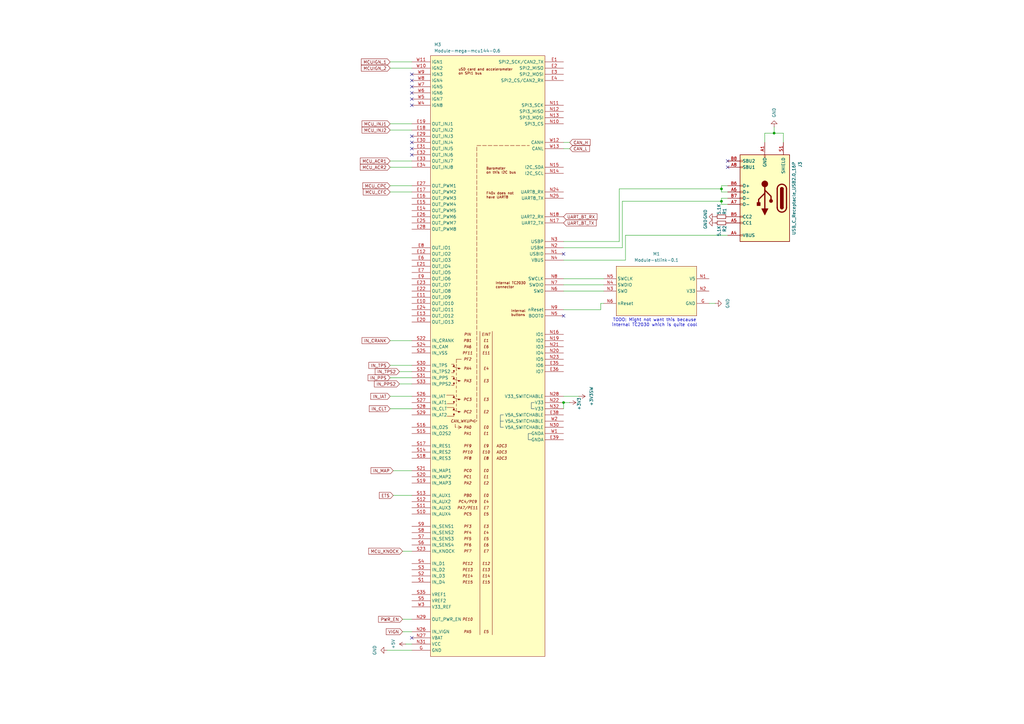
<source format=kicad_sch>
(kicad_sch (version 20231120) (generator "eeschema") (generator_version "8.0")
  (paper "A3")
  (lib_symbols
    (symbol "Connector:USB_C_Receptacle_USB2.0_16P" (pin_names (offset 1.016))
      (property "Reference" "J" (at 0 22.225 0))
      (property "Value" "USB_C_Receptacle_USB2.0_16P" (at 0 19.685 0))
      (symbol "USB_C_Receptacle_USB2.0_16P_0_0"
        (rectangle (start -0.254 -17.78) (end 0.254 -16.764))
        (rectangle (start 10.16 -14.986) (end 9.144 -15.494))
        (rectangle (start 10.16 -12.446) (end 9.144 -12.954))
        (rectangle (start 10.16 -4.826) (end 9.144 -5.334))
        (rectangle (start 10.16 -2.286) (end 9.144 -2.794))
        (rectangle (start 10.16 0.254) (end 9.144 -0.254))
        (rectangle (start 10.16 2.794) (end 9.144 2.286))
        (rectangle (start 10.16 7.874) (end 9.144 7.366))
        (rectangle (start 10.16 10.414) (end 9.144 9.906))
        (rectangle (start 10.16 15.494) (end 9.144 14.986))
      )
      (symbol "USB_C_Receptacle_USB2.0_16P_0_1"
        (rectangle (start -10.16 17.78) (end 10.16 -17.78) (stroke (width 0.254)) (fill (type background)))
        (arc (start -8.89 -3.81) (mid -6.985 -5.7067) (end -5.08 -3.81) (stroke (width 0.508)))
        (arc (start -7.62 -3.81) (mid -6.985 -4.4423) (end -6.35 -3.81) (stroke (width 0.254)))
        (arc (start -7.62 -3.81) (mid -6.985 -4.4423) (end -6.35 -3.81) (stroke (width 0.254)) (fill (type outline)))
        (rectangle (start -7.62 -3.81) (end -6.35 3.81) (stroke (width 0.254)) (fill (type outline)))
        (arc (start -6.35 3.81) (mid -6.985 4.4423) (end -7.62 3.81) (stroke (width 0.254)))
        (arc (start -6.35 3.81) (mid -6.985 4.4423) (end -7.62 3.81) (stroke (width 0.254)) (fill (type outline)))
        (arc (start -5.08 3.81) (mid -6.985 5.7067) (end -8.89 3.81) (stroke (width 0.508)))
        (circle (center -2.54 1.143) (radius 0.635) (stroke (width 0.254)) (fill (type outline)))
        (circle (center 0 -5.842) (radius 1.27) (fill (type outline)))
        (polyline (pts (xy -8.89 -3.81) (xy -8.89 3.81)) (stroke (width 0.508)))
        (polyline (pts (xy -5.08 3.81) (xy -5.08 -3.81)) (stroke (width 0.508)))
        (polyline (pts (xy 0 -5.842) (xy 0 4.318)) (stroke (width 0.508)))
        (polyline (pts (xy 0 -3.302) (xy -2.54 -0.762) (xy -2.54 0.508)) (stroke (width 0.508)))
        (polyline (pts (xy 0 -2.032) (xy 2.54 0.508) (xy 2.54 1.778)) (stroke (width 0.508)))
        (polyline (pts (xy -1.27 4.318) (xy 0 6.858) (xy 1.27 4.318) (xy -1.27 4.318)) (stroke (width 0.254)) (fill (type outline)))
        (rectangle (start 1.905 1.778) (end 3.175 3.048) (stroke (width 0.254)) (fill (type outline)))
      )
      (symbol "USB_C_Receptacle_USB2.0_16P_1_1"
        (pin passive line (at 0 -22.86 90) (length 5.08) (name "GND") (number "A1"))
        (pin passive line (at 0 -22.86 90) (length 5.08) hide (name "GND") (number "A12"))
        (pin passive line (at 15.24 15.24 180) (length 5.08) (name "VBUS") (number "A4"))
        (pin bidirectional line (at 15.24 10.16 180) (length 5.08) (name "CC1") (number "A5"))
        (pin bidirectional line (at 15.24 -2.54 180) (length 5.08) (name "D+") (number "A6"))
        (pin bidirectional line (at 15.24 2.54 180) (length 5.08) (name "D-") (number "A7"))
        (pin bidirectional line (at 15.24 -12.7 180) (length 5.08) (name "SBU1") (number "A8"))
        (pin passive line (at 15.24 15.24 180) (length 5.08) hide (name "VBUS") (number "A9"))
        (pin passive line (at 0 -22.86 90) (length 5.08) hide (name "GND") (number "B1"))
        (pin passive line (at 0 -22.86 90) (length 5.08) hide (name "GND") (number "B12"))
        (pin passive line (at 15.24 15.24 180) (length 5.08) hide (name "VBUS") (number "B4"))
        (pin bidirectional line (at 15.24 7.62 180) (length 5.08) (name "CC2") (number "B5"))
        (pin bidirectional line (at 15.24 -5.08 180) (length 5.08) (name "D+") (number "B6"))
        (pin bidirectional line (at 15.24 0 180) (length 5.08) (name "D-") (number "B7"))
        (pin bidirectional line (at 15.24 -15.24 180) (length 5.08) (name "SBU2") (number "B8"))
        (pin passive line (at 15.24 15.24 180) (length 5.08) hide (name "VBUS") (number "B9"))
        (pin passive line (at -7.62 -22.86 90) (length 5.08) (name "SHIELD") (number "S1"))
      )
    )
    (symbol "Device:R_Small" (pin_numbers hide) (pin_names (offset 0.254) hide)
      (property "Reference" "R" (at 0.762 0.508 0))
      (property "Value" "R_Small" (at 0.762 -1.016 0))
      (symbol "R_Small_0_1"
        (rectangle (start -0.762 1.778) (end 0.762 -1.778) (stroke (width 0.2032)))
      )
      (symbol "R_Small_1_1"
        (pin passive line (at 0 2.54 270) (length 0.762) (name "~") (number "1"))
        (pin passive line (at 0 -2.54 90) (length 0.762) (name "~") (number "2"))
      )
    )
    (symbol "mega-mcu144:Module-mega-mcu144-0.6"
      (property "Reference" "M1000" (at 7.62 2.54 0))
      (property "Value" "Module-mega-mcu144-0.6" (at 7.62 -246.38 0))
      (symbol "Module-mega-mcu144-0.6_0_1"
        (polyline (pts (xy 16.764 -142.748) (xy 19.304 -143.51)))
        (polyline (pts (xy 16.764 -137.668) (xy 19.304 -138.43)))
        (polyline (pts (xy 16.764 -130.048) (xy 19.304 -130.81)))
        (polyline (pts (xy 16.764 -124.968) (xy 19.304 -125.73)))
        (polyline (pts (xy 18.288 -143.002) (xy 18.288 -141.986)))
        (polyline (pts (xy 18.288 -141.224) (xy 18.288 -140.208)))
        (polyline (pts (xy 18.288 -139.446) (xy 18.288 -138.43)))
        (polyline (pts (xy 18.288 -137.414) (xy 18.288 -136.398)))
        (polyline (pts (xy 18.288 -135.636) (xy 18.288 -134.62)))
        (polyline (pts (xy 18.288 -133.858) (xy 18.288 -132.842)))
        (polyline (pts (xy 18.288 -132.08) (xy 18.288 -131.064)))
        (polyline (pts (xy 18.288 -130.302) (xy 18.288 -129.286)))
        (polyline (pts (xy 18.288 -128.524) (xy 18.288 -127.508)))
        (polyline (pts (xy 18.288 -126.746) (xy 18.288 -125.73)))
        (polyline (pts (xy 18.288 -124.968) (xy 18.288 -123.952)))
        (polyline (pts (xy 18.288 -123.444) (xy 18.288 -121.92)))
        (polyline (pts (xy 18.288 -121.92) (xy 20.32 -121.92)))
        (polyline (pts (xy 19.304 -143.51) (xy 20.066 -143.51)))
        (polyline (pts (xy 19.304 -138.43) (xy 20.066 -138.43)))
        (polyline (pts (xy 19.304 -130.81) (xy 20.066 -130.81)))
        (polyline (pts (xy 19.304 -125.73) (xy 20.066 -125.73)))
        (polyline (pts (xy 17.272 -144.526) (xy 17.272 -145.288) (xy 14.478 -145.288)))
        (polyline (pts (xy 17.272 -142.494) (xy 17.272 -141.732) (xy 14.478 -141.732)))
        (polyline (pts (xy 17.272 -139.446) (xy 17.272 -140.208) (xy 14.478 -140.208)))
        (polyline (pts (xy 17.272 -137.414) (xy 17.272 -136.652) (xy 14.224 -136.652)))
        (polyline (pts (xy 17.272 -131.826) (xy 17.272 -132.588) (xy 16.256 -132.588)))
        (polyline (pts (xy 17.272 -129.794) (xy 17.272 -129.032) (xy 16.256 -129.032)))
        (polyline (pts (xy 17.272 -126.746) (xy 17.272 -127.508) (xy 16.256 -127.508)))
        (polyline (pts (xy 17.272 -124.714) (xy 17.272 -123.952) (xy 16.256 -123.952)))
        (circle (center 17.272 -144.526) (radius 0.254) (fill (type outline)))
        (circle (center 17.272 -142.494) (radius 0.254) (fill (type outline)))
        (circle (center 17.272 -139.446) (radius 0.254) (fill (type outline)))
        (circle (center 17.272 -137.414) (radius 0.254) (fill (type outline)))
        (circle (center 17.272 -131.826) (radius 0.254) (fill (type outline)))
        (circle (center 17.272 -129.794) (radius 0.254) (fill (type outline)))
        (circle (center 17.272 -126.746) (radius 0.254) (fill (type outline)))
        (circle (center 17.272 -124.714) (radius 0.254) (fill (type outline)))
        (circle (center 19.304 -143.51) (radius 0.254) (fill (type outline)))
        (circle (center 19.304 -138.43) (radius 0.254) (fill (type outline)))
        (circle (center 19.304 -130.81) (radius 0.254) (fill (type outline)))
        (circle (center 19.304 -125.73) (radius 0.254) (fill (type outline)))
      )
      (symbol "Module-mega-mcu144-0.6_1_0"
        (polyline (pts (xy 20.32 -149.86) (xy 19.05 -150.495)))
        (polyline (pts (xy 20.32 -149.86) (xy 19.05 -149.225)))
        (polyline (pts (xy 24.765 -147.32) (xy 26.035 -147.955)))
        (polyline (pts (xy 24.765 -147.32) (xy 26.035 -146.685)))
        (polyline (pts (xy 27.94 -110.49) (xy 27.94 -234.95)))
        (polyline (pts (xy 33.02 -110.49) (xy 33.02 -234.95)))
        (polyline (pts (xy 17.78 -148.59) (xy 17.78 -149.86) (xy 20.32 -149.86)) (stroke (width 0) (type dash)))
        (polyline (pts (xy 36.322 -147.32) (xy 37.592 -147.32) (xy 37.592 -147.32) (xy 37.592 -147.32)) (stroke (width 0) (color 7 55 99 1)))
        (polyline (pts (xy 37.592 -144.78) (xy 36.322 -144.78) (xy 36.322 -149.86) (xy 37.592 -149.86)) (stroke (width 0) (color 7 55 99 1)))
        (polyline (pts (xy 49.022 -152.4) (xy 47.752 -152.4) (xy 47.752 -154.94) (xy 49.022 -154.94)) (stroke (width 0) (color 7 55 99 1)))
        (polyline (pts (xy 50.292 -139.7) (xy 49.022 -139.7) (xy 49.022 -142.24) (xy 50.292 -142.24)) (stroke (width 0) (color 7 55 99 1)))
        (polyline (pts (xy 25.4 -147.32) (xy 26.67 -147.32) (xy 26.67 -124.46) (xy 26.67 -34.29) (xy 48.26 -34.29)) (stroke (width 0) (type dash)))
        (rectangle (start 7.62 2.54) (end 54.61 -243.84) (fill (type background)))
        (text "ADC3" (at 36.83 -162.56 0) (effects (font (size 1.1 1.1) (italic yes))))
        (text "ADC3" (at 36.83 -160.02 0) (effects (font (size 1.1 1.1) (italic yes))))
        (text "ADC3" (at 36.83 -157.48 0) (effects (font (size 1.1 1.1) (italic yes))))
        (text "Barometer\non this I2C bus" (at 30.48 -44.45 0) (effects (font (size 1.016 1.016)) (justify left)))
        (text "CAN_WKUP" (at 20.32 -147.32 0) (effects (font (size 1.1 1.1) (italic yes))))
        (text "E0" (at 30.48 -177.8 0) (effects (font (size 1.1 1.1) (italic yes))))
        (text "E0" (at 30.48 -167.64 0) (effects (font (size 1.1 1.1) (italic yes))))
        (text "E0" (at 30.48 -149.86 0) (effects (font (size 1.1 1.1) (italic yes))))
        (text "E1" (at 30.48 -170.18 0) (effects (font (size 1.1 1.1) (italic yes))))
        (text "E1" (at 30.48 -152.4 0) (effects (font (size 1.1 1.1) (italic yes))))
        (text "E1" (at 30.48 -114.3 0) (effects (font (size 1.1 1.1) (italic yes))))
        (text "E10" (at 30.48 -160.02 0) (effects (font (size 1.1 1.1) (italic yes))))
        (text "E11" (at 30.48 -119.38 0) (effects (font (size 1.1 1.1) (italic yes))))
        (text "E12" (at 30.48 -205.74 0) (effects (font (size 1.1 1.1) (italic yes))))
        (text "E13" (at 30.48 -208.28 0) (effects (font (size 1.1 1.1) (italic yes))))
        (text "E14" (at 30.48 -210.82 0) (effects (font (size 1.1 1.1) (italic yes))))
        (text "E15" (at 30.48 -213.36 0) (effects (font (size 1.1 1.1) (italic yes))))
        (text "E2" (at 30.48 -172.72 0) (effects (font (size 1.1 1.1) (italic yes))))
        (text "E2" (at 30.48 -143.51 0) (effects (font (size 1.1 1.1) (italic yes))))
        (text "E3" (at 30.48 -190.5 0) (effects (font (size 1.1 1.1) (italic yes))))
        (text "E3" (at 30.48 -138.43 0) (effects (font (size 1.1 1.1) (italic yes))))
        (text "E3" (at 30.48 -130.81 0) (effects (font (size 1.1 1.1) (italic yes))))
        (text "E4" (at 30.48 -193.04 0) (effects (font (size 1.1 1.1) (italic yes))))
        (text "E4" (at 30.48 -180.34 0) (effects (font (size 1.1 1.1) (italic yes))))
        (text "E4" (at 30.48 -125.73 0) (effects (font (size 1.1 1.1) (italic yes))))
        (text "E5" (at 30.48 -233.68 0) (effects (font (size 1.1 1.1) (italic yes))))
        (text "E5" (at 30.48 -195.58 0) (effects (font (size 1.1 1.1) (italic yes))))
        (text "E5" (at 30.48 -185.42 0) (effects (font (size 1.1 1.1) (italic yes))))
        (text "E6" (at 30.48 -198.12 0) (effects (font (size 1.1 1.1) (italic yes))))
        (text "E6" (at 30.48 -116.84 0) (effects (font (size 1.1 1.1) (italic yes))))
        (text "E7" (at 30.48 -200.66 0) (effects (font (size 1.1 1.1) (italic yes))))
        (text "E7" (at 30.48 -182.88 0) (effects (font (size 1.1 1.1) (italic yes))))
        (text "E8" (at 30.48 -162.56 0) (effects (font (size 1.1 1.1) (italic yes))))
        (text "E9" (at 30.48 -157.48 0) (effects (font (size 1.1 1.1) (italic yes))))
        (text "EINT" (at 30.48 -111.76 0) (effects (font (size 1.1 1.1) (italic yes))))
        (text "F40x does not\nhave UART8" (at 30.48 -54.61 0) (effects (font (size 1.016 1.016)) (justify left)))
        (text "Internal\nbuttons" (at 40.64 -102.87 0) (effects (font (size 1.016 1.016)) (justify left)))
        (text "Internal TC2030\nconnector" (at 34.29 -91.44 0) (effects (font (size 1.016 1.016)) (justify left)))
        (text "PA0" (at 22.86 -149.86 0) (effects (font (size 1.1 1.1) (italic yes))))
        (text "PA1" (at 22.86 -152.4 0) (effects (font (size 1.1 1.1) (italic yes))))
        (text "PA2" (at 22.86 -172.72 0) (effects (font (size 1.1 1.1) (italic yes))))
        (text "PA3" (at 22.86 -130.81 0) (effects (font (size 1.1 1.1) (italic yes))))
        (text "PA4" (at 22.86 -125.73 0) (effects (font (size 1.1 1.1) (italic yes))))
        (text "PA5" (at 22.86 -233.68 0) (effects (font (size 1.1 1.1) (italic yes))))
        (text "PA6" (at 22.86 -116.84 0) (effects (font (size 1.1 1.1) (italic yes))))
        (text "PA7/PE11" (at 22.86 -182.88 0) (effects (font (size 1.1 1.1) (italic yes))))
        (text "PB0" (at 22.86 -177.8 0) (effects (font (size 1.1 1.1) (italic yes))))
        (text "PB1" (at 22.86 -114.3 0) (effects (font (size 1.1 1.1) (italic yes))))
        (text "PC0" (at 22.86 -167.64 0) (effects (font (size 1.1 1.1) (italic yes))))
        (text "PC1" (at 22.86 -170.18 0) (effects (font (size 1.1 1.1) (italic yes))))
        (text "PC2" (at 22.86 -143.51 0) (effects (font (size 1.1 1.1) (italic yes))))
        (text "PC3" (at 22.86 -138.43 0) (effects (font (size 1.1 1.1) (italic yes))))
        (text "PC4/PE9" (at 22.86 -180.34 0) (effects (font (size 1.1 1.1) (italic yes))))
        (text "PC5" (at 22.86 -185.42 0) (effects (font (size 1.1 1.1) (italic yes))))
        (text "PE10" (at 22.86 -228.6 0) (effects (font (size 1.1 1.1) (italic yes))))
        (text "PE12" (at 22.86 -205.74 0) (effects (font (size 1.1 1.1) (italic yes))))
        (text "PE13" (at 22.86 -208.28 0) (effects (font (size 1.1 1.1) (italic yes))))
        (text "PE14" (at 22.86 -210.82 0) (effects (font (size 1.1 1.1) (italic yes))))
        (text "PE15" (at 22.86 -213.36 0) (effects (font (size 1.1 1.1) (italic yes))))
        (text "PF10" (at 22.86 -160.02 0) (effects (font (size 1.1 1.1) (italic yes))))
        (text "PF11" (at 22.86 -119.38 0) (effects (font (size 1.1 1.1) (italic yes))))
        (text "PF2" (at 22.86 -121.92 0) (effects (font (size 1.1 1.1) (italic yes))))
        (text "PF3" (at 22.86 -190.5 0) (effects (font (size 1.1 1.1) (italic yes))))
        (text "PF4" (at 22.86 -193.04 0) (effects (font (size 1.1 1.1) (italic yes))))
        (text "PF5" (at 22.86 -195.58 0) (effects (font (size 1.1 1.1) (italic yes))))
        (text "PF6" (at 22.86 -198.12 0) (effects (font (size 1.1 1.1) (italic yes))))
        (text "PF7" (at 22.86 -200.66 0) (effects (font (size 1.1 1.1) (italic yes))))
        (text "PF8" (at 22.86 -162.56 0) (effects (font (size 1.1 1.1) (italic yes))))
        (text "PF9" (at 22.86 -157.48 0) (effects (font (size 1.1 1.1) (italic yes))))
        (text "PIN" (at 22.86 -111.76 0) (effects (font (size 1.1 1.1) (italic yes))))
        (text "uSD card and accelerometer \non SPI1 bus" (at 19.05 -3.81 0) (effects (font (size 1.016 1.016)) (justify left)))
        (pin passive line (at 62.23 0 180) (length 7.62) (name "SPI2_SCK/CAN2_TX") (number "E1"))
        (pin passive line (at 0 -99.06 0) (length 7.62) (name "OUT_IO10") (number "E10"))
        (pin passive line (at 0 -96.52 0) (length 7.62) (name "OUT_IO9") (number "E11"))
        (pin passive line (at 0 -78.74 0) (length 7.62) (name "OUT_IO2") (number "E12"))
        (pin passive line (at 0 -104.14 0) (length 7.62) (name "OUT_IO12") (number "E13"))
        (pin passive line (at 0 -60.96 0) (length 7.62) (name "OUT_PWM5") (number "E14"))
        (pin passive line (at 0 -58.42 0) (length 7.62) (name "OUT_PWM4") (number "E15"))
        (pin passive line (at 0 -55.88 0) (length 7.62) (name "OUT_PWM3") (number "E16"))
        (pin passive line (at 0 -53.34 0) (length 7.62) (name "OUT_PWM2") (number "E17"))
        (pin passive line (at 0 -27.94 0) (length 7.62) (name "OUT_INJ2") (number "E18"))
        (pin passive line (at 0 -25.4 0) (length 7.62) (name "OUT_INJ1") (number "E19"))
        (pin passive line (at 62.23 -2.54 180) (length 7.62) (name "SPI2_MISO") (number "E2"))
        (pin passive line (at 0 -106.68 0) (length 7.62) (name "OUT_IO13") (number "E20"))
        (pin passive line (at 0 -83.82 0) (length 7.62) (name "OUT_IO4") (number "E21"))
        (pin passive line (at 0 -93.98 0) (length 7.62) (name "OUT_IO8") (number "E22"))
        (pin passive line (at 0 -91.44 0) (length 7.62) (name "OUT_IO7") (number "E23"))
        (pin passive line (at 0 -101.6 0) (length 7.62) (name "OUT_IO11") (number "E24"))
        (pin passive line (at 0 -66.04 0) (length 7.62) (name "OUT_PWM7") (number "E25"))
        (pin passive line (at 0 -63.5 0) (length 7.62) (name "OUT_PWM6") (number "E26"))
        (pin passive line (at 0 -50.8 0) (length 7.62) (name "OUT_PWM1") (number "E27"))
        (pin passive line (at 0 -68.58 0) (length 7.62) (name "OUT_PWM8") (number "E28"))
        (pin passive line (at 0 -30.48 0) (length 7.62) (name "OUT_INJ3") (number "E29"))
        (pin passive line (at 62.23 -5.08 180) (length 7.62) (name "SPI2_MOSI") (number "E3"))
        (pin passive line (at 0 -33.02 0) (length 7.62) (name "OUT_INJ4") (number "E30"))
        (pin passive line (at 0 -35.56 0) (length 7.62) (name "OUT_INJ5") (number "E31"))
        (pin passive line (at 0 -38.1 0) (length 7.62) (name "OUT_INJ6") (number "E32"))
        (pin passive line (at 0 -40.64 0) (length 7.62) (name "OUT_INJ7") (number "E33"))
        (pin passive line (at 0 -43.18 0) (length 7.62) (name "OUT_INJ8") (number "E34"))
        (pin passive line (at 62.23 -124.46 180) (length 7.62) (name "IO6") (number "E35"))
        (pin passive line (at 62.23 -127 180) (length 7.62) (name "IO7") (number "E36"))
        (pin passive line (at 62.23 -144.78 180) (length 7.62) (name "V5A_SWITCHABLE") (number "E38"))
        (pin passive line (at 62.23 -154.94 180) (length 7.62) (name "GNDA") (number "E39"))
        (pin passive line (at 62.23 -7.62 180) (length 7.62) (name "SPI2_CS/CAN2_RX") (number "E4"))
        (pin passive line (at 0 -81.28 0) (length 7.62) (name "OUT_IO3") (number "E6"))
        (pin passive line (at 0 -86.36 0) (length 7.62) (name "OUT_IO5") (number "E7"))
        (pin passive line (at 0 -76.2 0) (length 7.62) (name "OUT_IO1") (number "E8"))
        (pin passive line (at 0 -88.9 0) (length 7.62) (name "OUT_IO6") (number "E9"))
        (pin passive line (at 0 -241.3 0) (length 7.62) (name "GND") (number "G"))
        (pin passive line (at 62.23 -78.74 180) (length 7.62) (name "USBID") (number "N1"))
        (pin passive line (at 62.23 -25.4 180) (length 7.62) (name "SPI3_CS") (number "N10"))
        (pin passive line (at 62.23 -17.78 180) (length 7.62) (name "SPI3_SCK") (number "N11"))
        (pin passive line (at 62.23 -20.32 180) (length 7.62) (name "SPI3_MISO") (number "N12"))
        (pin passive line (at 62.23 -22.86 180) (length 7.62) (name "SPI3_MOSI") (number "N13"))
        (pin passive line (at 62.23 -45.72 180) (length 7.62) (name "I2C_SCL") (number "N14"))
        (pin passive line (at 62.23 -43.18 180) (length 7.62) (name "I2C_SDA") (number "N15"))
        (pin passive line (at 62.23 -111.76 180) (length 7.62) (name "IO1") (number "N16"))
        (pin passive line (at 62.23 -66.04 180) (length 7.62) (name "UART2_TX") (number "N17"))
        (pin passive line (at 62.23 -63.5 180) (length 7.62) (name "UART2_RX") (number "N18"))
        (pin passive line (at 62.23 -114.3 180) (length 7.62) (name "IO2") (number "N19"))
        (pin passive line (at 62.23 -76.2 180) (length 7.62) (name "USBM") (number "N2"))
        (pin passive line (at 62.23 -119.38 180) (length 7.62) (name "IO4") (number "N20"))
        (pin passive line (at 62.23 -116.84 180) (length 7.62) (name "IO3") (number "N21"))
        (pin passive line (at 62.23 -139.7 180) (length 7.62) (name "V33") (number "N22"))
        (pin passive line (at 62.23 -121.92 180) (length 7.62) (name "IO5") (number "N23"))
        (pin passive line (at 62.23 -53.34 180) (length 7.62) (name "UART8_RX") (number "N24"))
        (pin passive line (at 62.23 -55.88 180) (length 7.62) (name "UART8_TX") (number "N25"))
        (pin passive line (at 0 -233.68 0) (length 7.62) (name "IN_VIGN") (number "N26"))
        (pin passive line (at 0 -236.22 0) (length 7.62) (name "VBAT") (number "N27"))
        (pin passive line (at 62.23 -137.16 180) (length 7.62) (name "V33_SWITCHABLE") (number "N28"))
        (pin passive line (at 0 -228.6 0) (length 7.62) (name "OUT_PWR_EN") (number "N29"))
        (pin passive line (at 62.23 -73.66 180) (length 7.62) (name "USBP") (number "N3"))
        (pin passive line (at 62.23 -149.86 180) (length 7.62) (name "V5A_SWITCHABLE") (number "N30"))
        (pin passive line (at 0 -238.76 0) (length 7.62) (name "VCC") (number "N31"))
        (pin passive line (at 62.23 -142.24 180) (length 7.62) (name "V33") (number "N32"))
        (pin passive line (at 62.23 -81.28 180) (length 7.62) (name "VBUS") (number "N4"))
        (pin passive line (at 62.23 -104.14 180) (length 7.62) (name "BOOT0") (number "N5"))
        (pin passive line (at 62.23 -93.98 180) (length 7.62) (name "SWO") (number "N6"))
        (pin passive line (at 62.23 -91.44 180) (length 7.62) (name "SWDIO") (number "N7"))
        (pin passive line (at 62.23 -88.9 180) (length 7.62) (name "SWCLK") (number "N8"))
        (pin passive line (at 62.23 -101.6 180) (length 7.62) (name "nReset") (number "N9"))
        (pin passive line (at 0 -213.36 0) (length 7.62) (name "IN_D4") (number "S1"))
        (pin passive line (at 0 -185.42 0) (length 7.62) (name "IN_AUX4") (number "S10"))
        (pin passive line (at 0 -182.88 0) (length 7.62) (name "IN_AUX3") (number "S11"))
        (pin passive line (at 0 -180.34 0) (length 7.62) (name "IN_AUX2") (number "S12"))
        (pin passive line (at 0 -177.8 0) (length 7.62) (name "IN_AUX1") (number "S13"))
        (pin passive line (at 0 -160.02 0) (length 7.62) (name "IN_RES2") (number "S14"))
        (pin passive line (at 0 -152.4 0) (length 7.62) (name "IN_O2S2") (number "S15"))
        (pin passive line (at 0 -149.86 0) (length 7.62) (name "IN_O2S") (number "S16"))
        (pin passive line (at 0 -157.48 0) (length 7.62) (name "IN_RES1") (number "S17"))
        (pin passive line (at 0 -162.56 0) (length 7.62) (name "IN_RES3") (number "S18"))
        (pin passive line (at 0 -172.72 0) (length 7.62) (name "IN_MAP3") (number "S19"))
        (pin passive line (at 0 -210.82 0) (length 7.62) (name "IN_D3") (number "S2"))
        (pin passive line (at 0 -170.18 0) (length 7.62) (name "IN_MAP2") (number "S20"))
        (pin passive line (at 0 -167.64 0) (length 7.62) (name "IN_MAP1") (number "S21"))
        (pin passive line (at 0 -114.3 0) (length 7.62) (name "IN_CRANK") (number "S22"))
        (pin passive line (at 0 -200.66 0) (length 7.62) (name "IN_KNOCK") (number "S23"))
        (pin passive line (at 0 -116.84 0) (length 7.62) (name "IN_CAM") (number "S24"))
        (pin passive line (at 0 -119.38 0) (length 7.62) (name "IN_VSS") (number "S25"))
        (pin passive line (at 0 -137.16 0) (length 7.62) (name "IN_IAT") (number "S26"))
        (pin passive line (at 0 -139.7 0) (length 7.62) (name "IN_AT1") (number "S27"))
        (pin passive line (at 0 -142.24 0) (length 7.62) (name "IN_CLT") (number "S28"))
        (pin passive line (at 0 -144.78 0) (length 7.62) (name "IN_AT2") (number "S29"))
        (pin passive line (at 0 -208.28 0) (length 7.62) (name "IN_D2") (number "S3"))
        (pin passive line (at 0 -124.46 0) (length 7.62) (name "IN_TPS") (number "S30"))
        (pin passive line (at 0 -129.54 0) (length 7.62) (name "IN_PPS") (number "S31"))
        (pin passive line (at 0 -127 0) (length 7.62) (name "IN_TPS2") (number "S32"))
        (pin passive line (at 0 -132.08 0) (length 7.62) (name "IN_PPS2") (number "S33"))
        (pin passive line (at 0 -218.44 0) (length 7.62) (name "VREF1") (number "S35"))
        (pin passive line (at 0 -205.74 0) (length 7.62) (name "IN_D1") (number "S4"))
        (pin passive line (at 0 -220.98 0) (length 7.62) (name "VREF2") (number "S5"))
        (pin passive line (at 0 -198.12 0) (length 7.62) (name "IN_SENS4") (number "S6"))
        (pin passive line (at 0 -195.58 0) (length 7.62) (name "IN_SENS3") (number "S7"))
        (pin passive line (at 0 -193.04 0) (length 7.62) (name "IN_SENS2") (number "S8"))
        (pin passive line (at 0 -190.5 0) (length 7.62) (name "IN_SENS1") (number "S9"))
        (pin passive line (at 62.23 -152.4 180) (length 7.62) (name "GNDA") (number "W1"))
        (pin passive line (at 0 -2.54 0) (length 7.62) (name "IGN2") (number "W10"))
        (pin passive line (at 0 0 0) (length 7.62) (name "IGN1") (number "W11"))
        (pin passive line (at 62.23 -33.02 180) (length 7.62) (name "CANH") (number "W12"))
        (pin passive line (at 62.23 -35.56 180) (length 7.62) (name "CANL") (number "W13"))
        (pin passive line (at 62.23 -147.32 180) (length 7.62) (name "V5A_SWITCHABLE") (number "W2"))
        (pin passive line (at 0 -223.52 0) (length 7.62) (name "V33_REF") (number "W3"))
        (pin passive line (at 0 -17.78 0) (length 7.62) (name "IGN8") (number "W4"))
        (pin passive line (at 0 -15.24 0) (length 7.62) (name "IGN7") (number "W5"))
        (pin passive line (at 0 -12.7 0) (length 7.62) (name "IGN6") (number "W6"))
        (pin passive line (at 0 -10.16 0) (length 7.62) (name "IGN5") (number "W7"))
        (pin passive line (at 0 -7.62 0) (length 7.62) (name "IGN4") (number "W8"))
        (pin passive line (at 0 -5.08 0) (length 7.62) (name "IGN3") (number "W9"))
      )
    )
    (symbol "power:+3V3" (power) (pin_numbers hide) (pin_names (offset 0) hide)
      (property "Value" "+3V3" (at 0 3.556 0))
      (symbol "+3V3_0_1"
        (polyline (pts (xy -0.762 1.27) (xy 0 2.54)))
        (polyline (pts (xy 0 0) (xy 0 2.54)))
        (polyline (pts (xy 0 2.54) (xy 0.762 1.27)))
      )
      (symbol "+3V3_1_1"
        (pin power_in line (at 0 0 90) (length 0) (name "~") (number "1"))
      )
    )
    (symbol "power:+5V" (power) (pin_numbers hide) (pin_names (offset 0) hide)
      (property "Value" "+5V" (at 0 3.556 0))
      (symbol "+5V_0_1"
        (polyline (pts (xy -0.762 1.27) (xy 0 2.54)))
        (polyline (pts (xy 0 0) (xy 0 2.54)))
        (polyline (pts (xy 0 2.54) (xy 0.762 1.27)))
      )
      (symbol "+5V_1_1"
        (pin power_in line (at 0 0 90) (length 0) (name "~") (number "1"))
      )
    )
    (symbol "power:GND" (power) (pin_numbers hide) (pin_names (offset 0) hide)
      (property "Value" "GND" (at 0 -3.81 0))
      (symbol "GND_0_1"
        (polyline (pts (xy 0 0) (xy 0 -1.27) (xy 1.27 -1.27) (xy 0 -2.54) (xy -1.27 -1.27) (xy 0 -1.27)))
      )
      (symbol "GND_1_1"
        (pin power_in line (at 0 0 270) (length 0) (name "~") (number "1"))
      )
    )
    (symbol "stlink:Module-stlink-0.1"
      (property "Reference" "M" (at 0 0 0))
      (property "Value" "Module-stlink-0.1" (at 0 0 0))
      (symbol "Module-stlink-0.1_1_0"
        (rectangle (start 33.02 0) (end 0 -20.32) (fill (type background)))
        (pin passive line (at 38.1 -15.24 180) (length 5.08) (name "GND") (number "G"))
        (pin passive line (at 38.1 -5.08 180) (length 5.08) (name "V5") (number "N1"))
        (pin passive line (at 38.1 -10.16 180) (length 5.08) (name "V33") (number "N2"))
        (pin passive line (at -5.08 -10.16 0) (length 5.08) (name "SWO") (number "N3"))
        (pin passive line (at -5.08 -7.62 0) (length 5.08) (name "SWDIO") (number "N4"))
        (pin passive line (at -5.08 -5.08 0) (length 5.08) (name "SWCLK") (number "N5"))
        (pin passive line (at -5.08 -15.24 0) (length 5.08) (name "nReset") (number "N6"))
      )
    )
  )
  (junction (at 295.91 82.55))
  (junction (at 317.5 54.61))
  (junction (at 231.14 165.1))
  (junction (at 295.91 77.47))
  (no_connect (at 298.45 66.04))
  (no_connect (at 168.91 55.88))
  (no_connect (at 231.14 129.54))
  (no_connect (at 168.91 58.42))
  (no_connect (at 231.14 104.14))
  (no_connect (at 168.91 60.96))
  (no_connect (at 168.91 43.18))
  (no_connect (at 168.91 35.56))
  (no_connect (at 168.91 30.48))
  (no_connect (at 168.91 33.02))
  (no_connect (at 168.91 38.1))
  (no_connect (at 168.91 40.64))
  (no_connect (at 168.91 261.62))
  (no_connect (at 168.91 63.5))
  (no_connect (at 298.45 68.58))
  (wire (pts (xy 166.37 264.16) (xy 168.91 264.16)))
  (wire (pts (xy 254 99.06) (xy 254 77.47)))
  (wire (pts (xy 255.27 82.55) (xy 255.27 101.6)))
  (wire (pts (xy 313.69 54.61) (xy 313.69 58.42)))
  (wire (pts (xy 231.14 165.1) (xy 231.14 167.64)))
  (wire (pts (xy 295.91 83.82) (xy 295.91 82.55)))
  (wire (pts (xy 295.91 77.47) (xy 295.91 78.74)))
  (wire (pts (xy 246.38 124.46) (xy 246.38 127)))
  (wire (pts (xy 254 77.47) (xy 295.91 77.47)))
  (wire (pts (xy 317.5 52.07) (xy 317.5 54.61)))
  (wire (pts (xy 295.91 82.55) (xy 255.27 82.55)))
  (wire (pts (xy 160.02 78.74) (xy 168.91 78.74)))
  (wire (pts (xy 317.5 54.61) (xy 313.69 54.61)))
  (wire (pts (xy 231.14 60.96) (xy 233.68 60.96)))
  (wire (pts (xy 168.91 266.7) (xy 158.75 266.7)))
  (wire (pts (xy 168.91 154.94) (xy 160.02 154.94)))
  (wire (pts (xy 298.45 83.82) (xy 295.91 83.82)))
  (wire (pts (xy 168.91 68.58) (xy 160.02 68.58)))
  (wire (pts (xy 160.02 76.2) (xy 168.91 76.2)))
  (wire (pts (xy 168.91 27.94) (xy 160.02 27.94)))
  (wire (pts (xy 295.91 81.28) (xy 298.45 81.28)))
  (wire (pts (xy 255.27 101.6) (xy 231.14 101.6)))
  (wire (pts (xy 233.68 165.1) (xy 231.14 165.1)))
  (wire (pts (xy 168.91 50.8) (xy 160.02 50.8)))
  (wire (pts (xy 247.65 124.46) (xy 246.38 124.46)))
  (wire (pts (xy 168.91 53.34) (xy 160.02 53.34)))
  (wire (pts (xy 168.91 259.08) (xy 165.1 259.08)))
  (wire (pts (xy 231.14 99.06) (xy 254 99.06)))
  (wire (pts (xy 231.14 106.68) (xy 256.54 106.68)))
  (wire (pts (xy 290.83 124.46) (xy 293.37 124.46)))
  (wire (pts (xy 168.91 226.06) (xy 165.1 226.06)))
  (wire (pts (xy 247.65 114.3) (xy 231.14 114.3)))
  (wire (pts (xy 295.91 82.55) (xy 295.91 81.28)))
  (wire (pts (xy 247.65 119.38) (xy 231.14 119.38)))
  (wire (pts (xy 321.31 54.61) (xy 317.5 54.61)))
  (wire (pts (xy 168.91 25.4) (xy 160.02 25.4)))
  (wire (pts (xy 247.65 116.84) (xy 231.14 116.84)))
  (wire (pts (xy 256.54 96.52) (xy 298.45 96.52)))
  (wire (pts (xy 168.91 203.2) (xy 161.29 203.2)))
  (wire (pts (xy 256.54 106.68) (xy 256.54 96.52)))
  (wire (pts (xy 321.31 58.42) (xy 321.31 54.61)))
  (wire (pts (xy 168.91 152.4) (xy 163.83 152.4)))
  (wire (pts (xy 168.91 162.56) (xy 160.02 162.56)))
  (wire (pts (xy 168.91 66.04) (xy 160.02 66.04)))
  (wire (pts (xy 246.38 127) (xy 231.14 127)))
  (wire (pts (xy 168.91 149.86) (xy 160.02 149.86)))
  (wire (pts (xy 295.91 77.47) (xy 295.91 76.2)))
  (wire (pts (xy 298.45 78.74) (xy 295.91 78.74)))
  (wire (pts (xy 168.91 139.7) (xy 160.02 139.7)))
  (wire (pts (xy 168.91 157.48) (xy 163.83 157.48)))
  (wire (pts (xy 237.49 162.56) (xy 231.14 162.56)))
  (wire (pts (xy 165.1 254) (xy 168.91 254)))
  (wire (pts (xy 168.91 193.04) (xy 161.29 193.04)))
  (wire (pts (xy 231.14 58.42) (xy 233.68 58.42)))
  (wire (pts (xy 295.91 76.2) (xy 298.45 76.2)))
  (wire (pts (xy 168.91 167.64) (xy 160.02 167.64)))
  (text "TODO: Might not want this because\ninternal TC2030 which is quite cool" (at 268.478 132.334 0) (effects (font (size 1.27 1.27))))
  (global_label "MCU_CPC" (shape input) (at 160.02 76.2 180) (property "Intersheetrefs" "${INTERSHEET_REFS}" (effects (hide yes))))
  (global_label "UART_BT_TX" (shape input) (at 231.14 91.44 0) (property "Intersheetrefs" "${INTERSHEET_REFS}" (effects (hide yes))))
  (global_label "PWR_EN" (shape input) (at 165.1 254 180) (property "Intersheetrefs" "${INTERSHEET_REFS}" (effects (hide yes))))
  (global_label "MCU_INJ2" (shape input) (at 160.02 53.34 180) (property "Intersheetrefs" "${INTERSHEET_REFS}" (effects (hide yes))))
  (global_label "IN_PPS" (shape input) (at 160.02 154.94 180) (property "Intersheetrefs" "${INTERSHEET_REFS}" (effects (hide yes))))
  (global_label "IN_MAP" (shape input) (at 161.29 193.04 180) (property "Intersheetrefs" "${INTERSHEET_REFS}" (effects (hide yes))))
  (global_label "UART_BT_RX" (shape input) (at 231.14 88.9 0) (property "Intersheetrefs" "${INTERSHEET_REFS}" (effects (hide yes))))
  (global_label "IN_CLT" (shape input) (at 160.02 167.64 180) (property "Intersheetrefs" "${INTERSHEET_REFS}" (effects (hide yes))))
  (global_label "IN_CRANK" (shape input) (at 160.02 139.7 180) (property "Intersheetrefs" "${INTERSHEET_REFS}" (effects (hide yes))))
  (global_label "IN_TPS2" (shape input) (at 163.83 152.4 180) (property "Intersheetrefs" "${INTERSHEET_REFS}" (effects (hide yes))))
  (global_label "MCUIGN_1" (shape input) (at 160.02 25.4 180) (property "Intersheetrefs" "${INTERSHEET_REFS}" (effects (hide yes))))
  (global_label "CAN_L" (shape input) (at 233.68 60.96 0) (property "Intersheetrefs" "${INTERSHEET_REFS}" (effects (hide yes))))
  (global_label "CAN_H" (shape input) (at 233.68 58.42 0) (property "Intersheetrefs" "${INTERSHEET_REFS}" (effects (hide yes))))
  (global_label "MCUIGN_2" (shape input) (at 160.02 27.94 180) (property "Intersheetrefs" "${INTERSHEET_REFS}" (effects (hide yes))))
  (global_label "ETS" (shape input) (at 161.29 203.2 180) (property "Intersheetrefs" "${INTERSHEET_REFS}" (effects (hide yes))))
  (global_label "IN_TPS" (shape input) (at 160.02 149.86 180) (property "Intersheetrefs" "${INTERSHEET_REFS}" (effects (hide yes))))
  (global_label "IN_PPS2" (shape input) (at 163.83 157.48 180) (property "Intersheetrefs" "${INTERSHEET_REFS}" (effects (hide yes))))
  (global_label "MCU_INJ1" (shape input) (at 160.02 50.8 180) (property "Intersheetrefs" "${INTERSHEET_REFS}" (effects (hide yes))))
  (global_label "MCU_ACR1" (shape input) (at 160.02 66.04 180) (property "Intersheetrefs" "${INTERSHEET_REFS}" (effects (hide yes))))
  (global_label "MCU_CFC" (shape input) (at 160.02 78.74 180) (property "Intersheetrefs" "${INTERSHEET_REFS}" (effects (hide yes))))
  (global_label "MCU_KNOCK" (shape input) (at 165.1 226.06 180) (property "Intersheetrefs" "${INTERSHEET_REFS}" (effects (hide yes))))
  (global_label "IN_IAT" (shape input) (at 160.02 162.56 180) (property "Intersheetrefs" "${INTERSHEET_REFS}" (effects (hide yes))))
  (global_label "MCU_ACR2" (shape input) (at 160.02 68.58 180) (property "Intersheetrefs" "${INTERSHEET_REFS}" (effects (hide yes))))
  (global_label "VIGN" (shape input) (at 165.1 259.08 180) (property "Intersheetrefs" "${INTERSHEET_REFS}" (effects (hide yes))))
  (symbol (lib_id "power:+3V3") (at 237.49 162.56 270) (unit 1)
    (property "Reference" "#PWR037" (effects (hide yes)))
    (property "Value" "+3V3SW" (at 242.57 162.56 0))
    (property "Description" "Power symbol creates a global label with name \"+3V3\"" (effects (hide yes)))
  )
  (symbol (lib_id "Device:R_Small") (at 295.91 91.44 270) (unit 1)
    (property "Reference" "R2" (at 297.18 92.456 0) (effects (justify left)))
    (property "Value" "5.1K" (at 294.894 92.456 0) (effects (justify left)))
    (property "Footprint" "Resistor_SMD:R_0402_1005Metric" (effects (hide yes)))
    (property "Description" "Resistor, small symbol" (effects (hide yes)))
  )
  (symbol (lib_id "power:GND") (at 317.5 52.07 180) (unit 1)
    (property "Reference" "#PWR09" (effects (hide yes)))
    (property "Value" "GND" (at 317.5001 48.26 90) (effects (justify right)))
    (property "Description" "Power symbol creates a global label with name \"GND\" , ground" (effects (hide yes)))
  )
  (symbol (lib_id "power:GND") (at 293.37 88.9 270) (unit 1)
    (property "Reference" "#PWR010" (effects (hide yes)))
    (property "Value" "GND" (at 289.306 87.884 0))
    (property "Description" "Power symbol creates a global label with name \"GND\" , ground" (effects (hide yes)))
  )
  (symbol (lib_id "Device:R_Small") (at 295.91 88.9 270) (unit 1)
    (property "Reference" "R1" (at 297.18 85.344 0) (effects (justify left)))
    (property "Value" "5.1K" (at 294.894 83.566 0) (effects (justify left)))
    (property "Footprint" "Resistor_SMD:R_0402_1005Metric" (effects (hide yes)))
    (property "Description" "Resistor, small symbol" (effects (hide yes)))
  )
  (symbol (lib_id "power:GND") (at 293.37 124.46 90) (unit 1)
    (property "Reference" "#PWR02" (effects (hide yes)))
    (property "Value" "GND" (at 298.45 124.46 0))
    (property "Description" "Power symbol creates a global label with name \"GND\" , ground" (effects (hide yes)))
  )
  (symbol (lib_id "mega-mcu144:Module-mega-mcu144-0.6") (at 168.91 25.4 0) (unit 1)
    (property "Reference" "M3" (at 178.054 18.288 0) (effects (justify left)))
    (property "Value" "Module-mega-mcu144-0.6" (at 178.054 20.828 0) (effects (justify left)))
    (property "Footprint" "0.6:mega-mcu144" (effects (hide yes)))
    (property "Description" "Hellen One MEGA_MCU144 Module" (effects (hide yes)))
    (property "PUBLISHER" "qwerty-off" (effects (hide yes)))
    (property "SUPPLIER PART NUMBER 1" "*" (effects (hide yes)))
    (property "SUPPLIER PART NUMBER 2" "*" (effects (hide yes)))
    (property "SUPPLIER 1" "Mouser" (effects (hide yes)))
    (property "SUPPLIER 2" "Digi-Key" (effects (hide yes)))
    (property "FITTED" "False" (effects (hide yes)))
    (property "SUPPLIER 3" "LCSC" (effects (hide yes)))
    (property "TYPE" "Module" (effects (hide yes)))
  )
  (symbol (lib_id "stlink:Module-stlink-0.1") (at 252.73 109.22 0) (unit 1)
    (property "Reference" "M1" (at 269.24 104.14 0))
    (property "Value" "Module-stlink-0.1" (at 269.24 106.68 0))
    (property "Footprint" "0.1:stlink" (effects (hide yes)))
    (property "Description" "Hellen-One ST/Link Module" (effects (hide yes)))
  )
  (symbol (lib_id "power:GND") (at 158.75 266.7 270) (unit 1)
    (property "Reference" "#PWR04" (effects (hide yes)))
    (property "Value" "GND" (at 153.67 266.7 0))
    (property "Description" "Power symbol creates a global label with name \"GND\" , ground" (effects (hide yes)))
  )
  (symbol (lib_id "power:+5V") (at 166.37 264.16 90) (unit 1)
    (property "Reference" "#PWR012" (effects (hide yes)))
    (property "Value" "+5V" (at 161.29 264.16 0))
    (property "Description" "Power symbol creates a global label with name \"+5V\"" (effects (hide yes)))
  )
  (symbol (lib_id "power:+3V3") (at 233.68 165.1 270) (unit 1)
    (property "Reference" "#PWR036" (effects (hide yes)))
    (property "Value" "+3V3" (at 237.49 165.608 0))
    (property "Description" "Power symbol creates a global label with name \"+3V3\"" (effects (hide yes)))
  )
  (symbol (lib_id "power:GND") (at 293.37 91.44 270) (unit 1)
    (property "Reference" "#PWR011" (effects (hide yes)))
    (property "Value" "GND" (at 289.306 91.948 0))
    (property "Description" "Power symbol creates a global label with name \"GND\" , ground" (effects (hide yes)))
  )
  (symbol (lib_id "Connector:USB_C_Receptacle_USB2.0_16P") (at 313.69 81.28 180) (unit 1)
    (property "Reference" "J3" (at 328.168 66.294 90) (effects (justify left)))
    (property "Value" "USB_C_Receptacle_USB2.0_16P" (at 325.628 66.294 90) (effects (justify left)))
    (property "Footprint" "Connector_USB:USB_C_Receptacle_GCT_USB4110" (effects (hide yes)))
    (property "Datasheet" "https://www.usb.org/sites/default/files/documents/usb_type-c.zip" (effects (hide yes)))
    (property "Description" "USB 2.0-only 16P Type-C Receptacle connector" (effects (hide yes)))
  )
)
</source>
